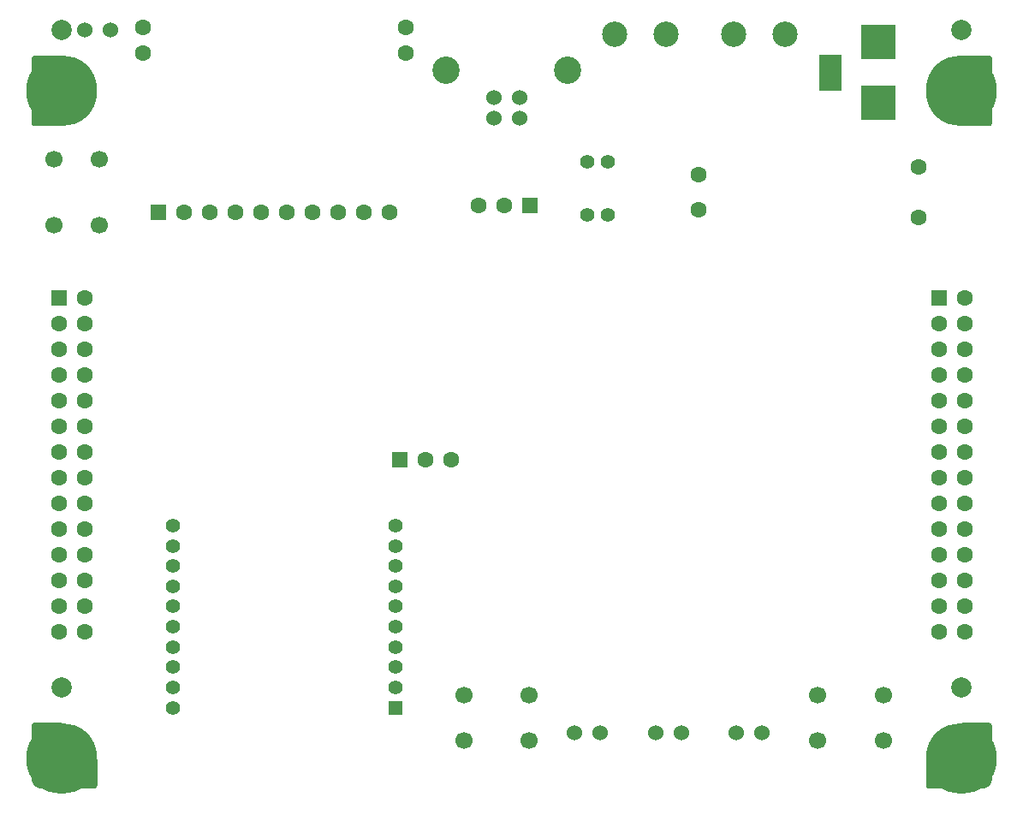
<source format=gbs>
G04 #@! TF.GenerationSoftware,KiCad,Pcbnew,(6.0.11)*
G04 #@! TF.CreationDate,2023-05-10T01:59:27+09:00*
G04 #@! TF.ProjectId,RP2040CommandStation,52503230-3430-4436-9f6d-6d616e645374,rev?*
G04 #@! TF.SameCoordinates,PX6cb8080PY8d24d00*
G04 #@! TF.FileFunction,Soldermask,Bot*
G04 #@! TF.FilePolarity,Negative*
%FSLAX46Y46*%
G04 Gerber Fmt 4.6, Leading zero omitted, Abs format (unit mm)*
G04 Created by KiCad (PCBNEW (6.0.11)) date 2023-05-10 01:59:27*
%MOMM*%
%LPD*%
G01*
G04 APERTURE LIST*
%ADD10C,2.000000*%
%ADD11C,1.600000*%
%ADD12C,1.400000*%
%ADD13R,1.600000X1.600000*%
%ADD14C,1.524000*%
%ADD15C,7.000000*%
%ADD16R,3.500120X3.500120*%
%ADD17R,2.200000X3.600000*%
%ADD18C,2.500000*%
%ADD19C,2.700000*%
%ADD20C,1.700000*%
%ADD21R,1.400000X1.400000*%
G04 APERTURE END LIST*
D10*
X206000000Y-73000000D03*
X206000000Y-138000000D03*
X117000000Y-138000000D03*
X117000000Y-73000000D03*
D11*
X201750000Y-86500000D03*
X201750000Y-91500000D03*
D12*
X169000000Y-86000000D03*
X171000000Y-86000000D03*
D13*
X126570000Y-91000000D03*
D11*
X129110000Y-91000000D03*
X131650000Y-91000000D03*
X134190000Y-91000000D03*
X136730000Y-91000000D03*
X139270000Y-91000000D03*
X141810000Y-91000000D03*
X144350000Y-91000000D03*
X146890000Y-91000000D03*
X149430000Y-91000000D03*
X151000000Y-75270000D03*
X151000000Y-72730000D03*
X125000000Y-72730000D03*
X125000000Y-75270000D03*
D14*
X178270000Y-142500000D03*
X175730000Y-142500000D03*
X119230000Y-73000000D03*
X121770000Y-73000000D03*
D15*
X206000000Y-79000000D03*
X206000000Y-145000000D03*
X117000000Y-79000000D03*
X117000000Y-145000000D03*
D16*
X197750000Y-80200140D03*
X197750000Y-74200660D03*
D17*
X193051000Y-77200400D03*
D18*
X176790000Y-73400000D03*
X171710000Y-73400000D03*
D14*
X159750000Y-81710000D03*
X162250000Y-81710000D03*
X162250000Y-79710000D03*
X159750000Y-79710000D03*
D19*
X154980000Y-77000000D03*
X167020000Y-77000000D03*
D13*
X116730000Y-99490000D03*
D11*
X119270000Y-99490000D03*
X116730000Y-102030000D03*
X119270000Y-102030000D03*
X116730000Y-104570000D03*
X119270000Y-104570000D03*
X116730000Y-107110000D03*
X119270000Y-107110000D03*
X116730000Y-109650000D03*
X119270000Y-109650000D03*
X116730000Y-112190000D03*
X119270000Y-112190000D03*
X116730000Y-114730000D03*
X119270000Y-114730000D03*
X116730000Y-117270000D03*
X119270000Y-117270000D03*
X116730000Y-119810000D03*
X119270000Y-119810000D03*
X116730000Y-122350000D03*
X119270000Y-122350000D03*
X116730000Y-124890000D03*
X119270000Y-124890000D03*
X116730000Y-127430000D03*
X119270000Y-127430000D03*
X116730000Y-129970000D03*
X119270000Y-129970000D03*
X116730000Y-132510000D03*
X119270000Y-132510000D03*
D13*
X203730000Y-99490000D03*
D11*
X206270000Y-99490000D03*
X203730000Y-102030000D03*
X206270000Y-102030000D03*
X203730000Y-104570000D03*
X206270000Y-104570000D03*
X203730000Y-107110000D03*
X206270000Y-107110000D03*
X203730000Y-109650000D03*
X206270000Y-109650000D03*
X203730000Y-112190000D03*
X206270000Y-112190000D03*
X203730000Y-114730000D03*
X206270000Y-114730000D03*
X203730000Y-117270000D03*
X206270000Y-117270000D03*
X203730000Y-119810000D03*
X206270000Y-119810000D03*
X203730000Y-122350000D03*
X206270000Y-122350000D03*
X203730000Y-124890000D03*
X206270000Y-124890000D03*
X203730000Y-127430000D03*
X206270000Y-127430000D03*
X203730000Y-129970000D03*
X206270000Y-129970000D03*
X203730000Y-132510000D03*
X206270000Y-132510000D03*
D20*
X116250000Y-92250000D03*
X116250000Y-85750000D03*
X120750000Y-92250000D03*
X120750000Y-85750000D03*
X198250000Y-143250000D03*
X191750000Y-143250000D03*
X198250000Y-138750000D03*
X191750000Y-138750000D03*
D21*
X150000000Y-140000000D03*
D12*
X150000000Y-138000000D03*
X150000000Y-136000000D03*
X150000000Y-134000000D03*
X150000000Y-132000000D03*
X150000000Y-130000000D03*
X150000000Y-128000000D03*
X150000000Y-126000000D03*
X150000000Y-124000000D03*
X150000000Y-122000000D03*
X128000000Y-122000000D03*
X128000000Y-124000000D03*
X128000000Y-126000000D03*
X128000000Y-128000000D03*
X128000000Y-130000000D03*
X128000000Y-132000000D03*
X128000000Y-134000000D03*
X128000000Y-136000000D03*
X128000000Y-138000000D03*
X128000000Y-140000000D03*
D20*
X163250000Y-143250000D03*
X156750000Y-143250000D03*
X163250000Y-138750000D03*
X156750000Y-138750000D03*
D13*
X163290000Y-90375000D03*
D11*
X160750000Y-90375000D03*
X158210000Y-90375000D03*
D13*
X150460000Y-115500000D03*
D11*
X153000000Y-115500000D03*
X155540000Y-115500000D03*
X180000000Y-87250000D03*
X180000000Y-90750000D03*
D14*
X186270000Y-142500000D03*
X183730000Y-142500000D03*
X170270000Y-142500000D03*
X167730000Y-142500000D03*
D18*
X188540000Y-73400000D03*
X183460000Y-73400000D03*
D12*
X169000000Y-91250000D03*
X171000000Y-91250000D03*
G36*
X208711980Y-75502383D02*
G01*
X208790613Y-75518024D01*
X208835313Y-75536539D01*
X208891624Y-75574165D01*
X208925835Y-75608376D01*
X208963461Y-75664687D01*
X208981976Y-75709387D01*
X208997617Y-75788020D01*
X209000000Y-75812211D01*
X209000000Y-82187789D01*
X208997617Y-82211980D01*
X208981976Y-82290613D01*
X208963461Y-82335313D01*
X208925835Y-82391624D01*
X208891624Y-82425835D01*
X208835313Y-82463461D01*
X208790613Y-82481976D01*
X208711980Y-82497617D01*
X208687789Y-82500000D01*
X206312211Y-82500000D01*
X206288020Y-82497617D01*
X206209387Y-82481976D01*
X206164687Y-82463461D01*
X206108376Y-82425835D01*
X206074165Y-82391624D01*
X206036539Y-82335313D01*
X206018024Y-82290613D01*
X206002383Y-82211980D01*
X206000000Y-82187789D01*
X206000000Y-75812211D01*
X206002383Y-75788020D01*
X206018024Y-75709387D01*
X206036539Y-75664687D01*
X206074165Y-75608376D01*
X206108376Y-75574165D01*
X206164687Y-75536539D01*
X206209387Y-75518024D01*
X206288020Y-75502383D01*
X206312211Y-75500000D01*
X208687789Y-75500000D01*
X208711980Y-75502383D01*
G37*
G36*
X208711980Y-141502383D02*
G01*
X208790613Y-141518024D01*
X208835313Y-141536539D01*
X208891624Y-141574165D01*
X208925835Y-141608376D01*
X208963461Y-141664687D01*
X208981976Y-141709387D01*
X208997617Y-141788020D01*
X209000000Y-141812211D01*
X209000000Y-146983731D01*
X208999963Y-146986769D01*
X208999714Y-146996929D01*
X208999415Y-147003019D01*
X208998666Y-147013166D01*
X208998405Y-147016192D01*
X208983980Y-147162651D01*
X208983234Y-147168694D01*
X208980253Y-147188787D01*
X208977880Y-147200719D01*
X208972949Y-147220405D01*
X208971326Y-147226271D01*
X208933339Y-147351499D01*
X208931431Y-147357273D01*
X208924594Y-147376384D01*
X208919934Y-147387635D01*
X208911252Y-147405990D01*
X208908518Y-147411423D01*
X208846824Y-147526846D01*
X208843823Y-147532143D01*
X208833399Y-147549534D01*
X208826638Y-147559651D01*
X208814540Y-147575963D01*
X208810797Y-147580760D01*
X208727782Y-147681915D01*
X208723806Y-147686524D01*
X208710172Y-147701567D01*
X208701567Y-147710172D01*
X208686524Y-147723806D01*
X208681915Y-147727782D01*
X208580760Y-147810797D01*
X208575963Y-147814540D01*
X208559651Y-147826638D01*
X208549534Y-147833399D01*
X208532143Y-147843823D01*
X208526846Y-147846824D01*
X208411423Y-147908518D01*
X208405990Y-147911252D01*
X208387635Y-147919934D01*
X208376384Y-147924594D01*
X208357273Y-147931431D01*
X208351499Y-147933339D01*
X208226271Y-147971326D01*
X208220405Y-147972949D01*
X208200719Y-147977880D01*
X208188787Y-147980253D01*
X208168694Y-147983234D01*
X208162651Y-147983980D01*
X208016192Y-147998405D01*
X208013166Y-147998666D01*
X208003019Y-147999415D01*
X207996929Y-147999714D01*
X207986769Y-147999963D01*
X207983731Y-148000000D01*
X202812211Y-148000000D01*
X202788020Y-147997617D01*
X202709387Y-147981976D01*
X202664687Y-147963461D01*
X202608376Y-147925835D01*
X202574165Y-147891624D01*
X202536539Y-147835313D01*
X202518024Y-147790613D01*
X202502383Y-147711980D01*
X202500000Y-147687789D01*
X202500000Y-145136475D01*
X202502383Y-145112284D01*
X202518024Y-145033651D01*
X202536539Y-144988951D01*
X202581084Y-144922285D01*
X202596505Y-144903495D01*
X205903495Y-141596505D01*
X205922285Y-141581084D01*
X205988951Y-141536539D01*
X206033651Y-141518024D01*
X206112284Y-141502383D01*
X206136475Y-141500000D01*
X208687789Y-141500000D01*
X208711980Y-141502383D01*
G37*
G36*
X116887716Y-141502383D02*
G01*
X116966349Y-141518024D01*
X117011049Y-141536539D01*
X117077715Y-141581084D01*
X117096505Y-141596505D01*
X120403495Y-144903495D01*
X120418916Y-144922285D01*
X120463461Y-144988951D01*
X120481976Y-145033651D01*
X120497617Y-145112284D01*
X120500000Y-145136475D01*
X120500000Y-147687789D01*
X120497617Y-147711980D01*
X120481976Y-147790613D01*
X120463461Y-147835313D01*
X120425835Y-147891624D01*
X120391624Y-147925835D01*
X120335313Y-147963461D01*
X120290613Y-147981976D01*
X120211980Y-147997617D01*
X120187789Y-148000000D01*
X115016269Y-148000000D01*
X115013231Y-147999963D01*
X115003071Y-147999714D01*
X114996981Y-147999415D01*
X114986834Y-147998666D01*
X114983808Y-147998405D01*
X114837349Y-147983980D01*
X114831306Y-147983234D01*
X114811213Y-147980253D01*
X114799281Y-147977880D01*
X114779595Y-147972949D01*
X114773729Y-147971326D01*
X114648501Y-147933339D01*
X114642727Y-147931431D01*
X114623616Y-147924594D01*
X114612365Y-147919934D01*
X114594010Y-147911252D01*
X114588577Y-147908518D01*
X114473154Y-147846824D01*
X114467857Y-147843823D01*
X114450466Y-147833399D01*
X114440349Y-147826638D01*
X114424037Y-147814540D01*
X114419240Y-147810797D01*
X114318085Y-147727782D01*
X114313476Y-147723806D01*
X114298433Y-147710172D01*
X114289828Y-147701567D01*
X114276194Y-147686524D01*
X114272218Y-147681915D01*
X114189203Y-147580760D01*
X114185460Y-147575963D01*
X114173362Y-147559651D01*
X114166601Y-147549534D01*
X114156177Y-147532143D01*
X114153176Y-147526846D01*
X114091482Y-147411423D01*
X114088748Y-147405990D01*
X114080066Y-147387635D01*
X114075406Y-147376384D01*
X114068569Y-147357273D01*
X114066661Y-147351499D01*
X114028674Y-147226271D01*
X114027051Y-147220405D01*
X114022120Y-147200719D01*
X114019747Y-147188787D01*
X114016766Y-147168694D01*
X114016020Y-147162651D01*
X114001595Y-147016192D01*
X114001334Y-147013166D01*
X114000585Y-147003019D01*
X114000286Y-146996929D01*
X114000037Y-146986769D01*
X114000000Y-146983731D01*
X114000000Y-141812211D01*
X114002383Y-141788020D01*
X114018024Y-141709387D01*
X114036539Y-141664687D01*
X114074165Y-141608376D01*
X114108376Y-141574165D01*
X114164687Y-141536539D01*
X114209387Y-141518024D01*
X114288020Y-141502383D01*
X114312211Y-141500000D01*
X116863525Y-141500000D01*
X116887716Y-141502383D01*
G37*
G36*
X116711980Y-75502383D02*
G01*
X116790613Y-75518024D01*
X116835313Y-75536539D01*
X116891624Y-75574165D01*
X116925835Y-75608376D01*
X116963461Y-75664687D01*
X116981976Y-75709387D01*
X116997617Y-75788020D01*
X117000000Y-75812211D01*
X117000000Y-82187789D01*
X116997617Y-82211980D01*
X116981976Y-82290613D01*
X116963461Y-82335313D01*
X116925835Y-82391624D01*
X116891624Y-82425835D01*
X116835313Y-82463461D01*
X116790613Y-82481976D01*
X116711980Y-82497617D01*
X116687789Y-82500000D01*
X114312211Y-82500000D01*
X114288020Y-82497617D01*
X114209387Y-82481976D01*
X114164687Y-82463461D01*
X114108376Y-82425835D01*
X114074165Y-82391624D01*
X114036539Y-82335313D01*
X114018024Y-82290613D01*
X114002383Y-82211980D01*
X114000000Y-82187789D01*
X114000000Y-75812211D01*
X114002383Y-75788020D01*
X114018024Y-75709387D01*
X114036539Y-75664687D01*
X114074165Y-75608376D01*
X114108376Y-75574165D01*
X114164687Y-75536539D01*
X114209387Y-75518024D01*
X114288020Y-75502383D01*
X114312211Y-75500000D01*
X116687789Y-75500000D01*
X116711980Y-75502383D01*
G37*
M02*

</source>
